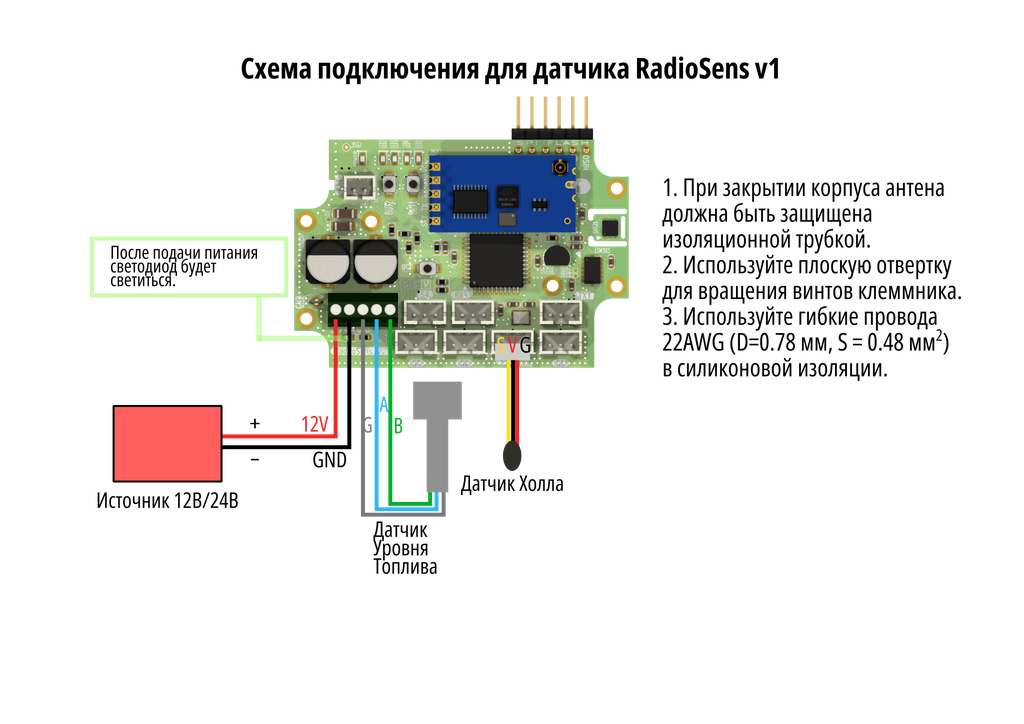
<source format=kicad_sch>
(kicad_sch (version 20211123) (generator eeschema)
  (paper "A4")
  (title_block (title "RadioSens v1") (date "2022-11-27") (comment 2 "Wiring Diagram 12/24V Supply"))
  (lib_symbols)
  (image (at 152.4 91.44) (scale 0.591777))
)
</source>
